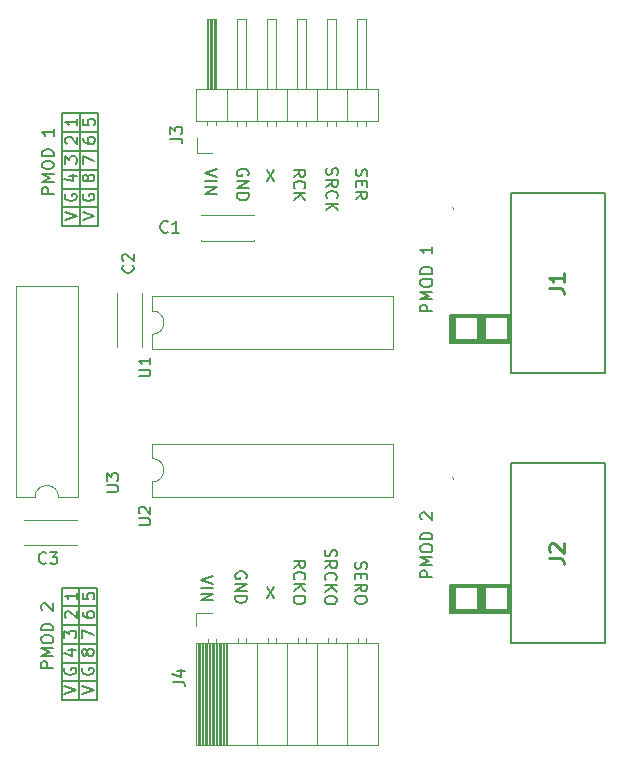
<source format=gbr>
%TF.GenerationSoftware,KiCad,Pcbnew,8.0.6*%
%TF.CreationDate,2024-10-19T21:44:56+02:00*%
%TF.ProjectId,595-PM-EXT,3539352d-504d-42d4-9558-542e6b696361,rev?*%
%TF.SameCoordinates,Original*%
%TF.FileFunction,Legend,Top*%
%TF.FilePolarity,Positive*%
%FSLAX46Y46*%
G04 Gerber Fmt 4.6, Leading zero omitted, Abs format (unit mm)*
G04 Created by KiCad (PCBNEW 8.0.6) date 2024-10-19 21:44:56*
%MOMM*%
%LPD*%
G01*
G04 APERTURE LIST*
%ADD10C,0.150000*%
%ADD11C,0.254000*%
%ADD12C,0.120000*%
%ADD13C,0.400000*%
%ADD14C,0.100000*%
%ADD15C,0.800000*%
%ADD16C,0.300000*%
%ADD17C,0.200000*%
G04 APERTURE END LIST*
D10*
X111750000Y-94950000D02*
X111750000Y-93350000D01*
X111800000Y-61100000D02*
X111800000Y-59500000D01*
X108750000Y-92450000D02*
X108750000Y-93350000D01*
X110300000Y-58600000D02*
X110300000Y-59500000D01*
X108750000Y-92450000D02*
X108750000Y-91750000D01*
X111800000Y-53200000D02*
X111800000Y-51600000D01*
X110300000Y-53200000D02*
X111800000Y-53200000D01*
X110300000Y-58000000D02*
X110300000Y-56400000D01*
X110250000Y-92450000D02*
X110250000Y-93350000D01*
X110300000Y-56400000D02*
X111800000Y-56400000D01*
X110250000Y-93350000D02*
X110250000Y-91750000D01*
X108800000Y-61100000D02*
X110300000Y-61100000D01*
X110250000Y-94950000D02*
X111750000Y-94950000D01*
X108750000Y-100350000D02*
X108750000Y-99650000D01*
X110250000Y-95650000D02*
X110250000Y-94950000D01*
X110300000Y-59500000D02*
X110300000Y-57900000D01*
X108800000Y-60200000D02*
X108800000Y-59500000D01*
X110300000Y-53200000D02*
X110300000Y-51600000D01*
X111800000Y-59500000D02*
X111800000Y-57900000D01*
X110300000Y-54800000D02*
X110300000Y-53200000D01*
X108750000Y-98750000D02*
X108750000Y-98050000D01*
X108750000Y-97250000D02*
X108750000Y-98150000D01*
X108800000Y-55500000D02*
X108800000Y-56400000D01*
X110300000Y-52300000D02*
X110300000Y-53200000D01*
X108750000Y-101250000D02*
X110250000Y-101250000D01*
X110250000Y-94050000D02*
X110250000Y-93350000D01*
X108800000Y-53200000D02*
X110300000Y-53200000D01*
X110250000Y-98150000D02*
X111750000Y-98150000D01*
X110300000Y-54800000D02*
X111800000Y-54800000D01*
X111800000Y-54800000D02*
X111800000Y-53200000D01*
X110300000Y-60200000D02*
X110300000Y-61100000D01*
X110300000Y-55500000D02*
X110300000Y-54800000D01*
X110250000Y-101250000D02*
X111750000Y-101250000D01*
X110300000Y-55500000D02*
X110300000Y-56400000D01*
X110250000Y-100350000D02*
X110250000Y-99650000D01*
X108750000Y-97250000D02*
X108750000Y-96550000D01*
X110250000Y-96550000D02*
X110250000Y-94950000D01*
X110250000Y-98750000D02*
X110250000Y-99650000D01*
X108750000Y-95650000D02*
X108750000Y-96550000D01*
X110300000Y-57100000D02*
X110300000Y-58000000D01*
X108750000Y-95650000D02*
X108750000Y-94950000D01*
X108800000Y-57100000D02*
X108800000Y-58000000D01*
X108750000Y-94050000D02*
X108750000Y-94950000D01*
X108800000Y-58600000D02*
X108800000Y-57900000D01*
X110250000Y-99650000D02*
X110250000Y-98050000D01*
X110250000Y-95650000D02*
X110250000Y-96550000D01*
X108800000Y-52300000D02*
X108800000Y-53200000D01*
X108750000Y-93350000D02*
X110250000Y-93350000D01*
X110300000Y-61100000D02*
X111800000Y-61100000D01*
X110250000Y-98150000D02*
X110250000Y-96550000D01*
X110300000Y-61100000D02*
X110300000Y-59500000D01*
X110300000Y-53900000D02*
X110300000Y-53200000D01*
X111750000Y-96550000D02*
X111750000Y-94950000D01*
X110250000Y-96550000D02*
X111750000Y-96550000D01*
X108750000Y-91750000D02*
X110250000Y-91750000D01*
X111750000Y-98150000D02*
X111750000Y-96550000D01*
X108750000Y-94050000D02*
X108750000Y-93350000D01*
X111750000Y-93350000D02*
X111750000Y-91750000D01*
X108800000Y-57100000D02*
X108800000Y-56400000D01*
X108800000Y-53900000D02*
X108800000Y-54800000D01*
X110250000Y-94050000D02*
X110250000Y-94950000D01*
X110250000Y-101250000D02*
X110250000Y-99650000D01*
X108800000Y-54800000D02*
X110300000Y-54800000D01*
X111750000Y-101250000D02*
X111750000Y-99650000D01*
X110300000Y-57100000D02*
X110300000Y-56400000D01*
X111800000Y-58000000D02*
X111800000Y-56400000D01*
X108750000Y-99650000D02*
X110250000Y-99650000D01*
X108800000Y-52300000D02*
X108800000Y-51600000D01*
X108750000Y-98150000D02*
X110250000Y-98150000D01*
X110250000Y-94950000D02*
X110250000Y-93350000D01*
X110300000Y-59500000D02*
X111800000Y-59500000D01*
X110250000Y-97250000D02*
X110250000Y-98150000D01*
X108750000Y-100350000D02*
X108750000Y-101250000D01*
X108750000Y-94950000D02*
X110250000Y-94950000D01*
X110250000Y-93350000D02*
X111750000Y-93350000D01*
X108800000Y-58000000D02*
X110300000Y-58000000D01*
X108800000Y-60200000D02*
X108800000Y-61100000D01*
X110300000Y-58000000D02*
X111800000Y-58000000D01*
X110300000Y-58600000D02*
X110300000Y-57900000D01*
X110300000Y-56400000D02*
X110300000Y-54800000D01*
X110300000Y-51600000D02*
X111800000Y-51600000D01*
X110250000Y-97250000D02*
X110250000Y-96550000D01*
X108750000Y-98750000D02*
X108750000Y-99650000D01*
X108750000Y-96550000D02*
X110250000Y-96550000D01*
X110250000Y-92450000D02*
X110250000Y-91750000D01*
X108800000Y-55500000D02*
X108800000Y-54800000D01*
X108800000Y-51600000D02*
X110300000Y-51600000D01*
X108800000Y-59500000D02*
X110300000Y-59500000D01*
X110250000Y-99650000D02*
X111750000Y-99650000D01*
X110250000Y-91750000D02*
X111750000Y-91750000D01*
X108800000Y-56400000D02*
X110300000Y-56400000D01*
X110300000Y-53900000D02*
X110300000Y-54800000D01*
X110250000Y-98750000D02*
X110250000Y-98050000D01*
X108800000Y-58600000D02*
X108800000Y-59500000D01*
X110300000Y-52300000D02*
X110300000Y-51600000D01*
X108800000Y-53900000D02*
X108800000Y-53200000D01*
X111800000Y-56400000D02*
X111800000Y-54800000D01*
X111750000Y-99650000D02*
X111750000Y-98050000D01*
X110300000Y-60200000D02*
X110300000Y-59500000D01*
X110250000Y-100350000D02*
X110250000Y-101250000D01*
X121880180Y-56343922D02*
X120880180Y-56677255D01*
X120880180Y-56677255D02*
X121880180Y-57010588D01*
X120880180Y-57343922D02*
X121880180Y-57343922D01*
X120880180Y-57820112D02*
X121880180Y-57820112D01*
X121880180Y-57820112D02*
X120880180Y-58391540D01*
X120880180Y-58391540D02*
X121880180Y-58391540D01*
X131077800Y-88539160D02*
X131030180Y-88682017D01*
X131030180Y-88682017D02*
X131030180Y-88920112D01*
X131030180Y-88920112D02*
X131077800Y-89015350D01*
X131077800Y-89015350D02*
X131125419Y-89062969D01*
X131125419Y-89062969D02*
X131220657Y-89110588D01*
X131220657Y-89110588D02*
X131315895Y-89110588D01*
X131315895Y-89110588D02*
X131411133Y-89062969D01*
X131411133Y-89062969D02*
X131458752Y-89015350D01*
X131458752Y-89015350D02*
X131506371Y-88920112D01*
X131506371Y-88920112D02*
X131553990Y-88729636D01*
X131553990Y-88729636D02*
X131601609Y-88634398D01*
X131601609Y-88634398D02*
X131649228Y-88586779D01*
X131649228Y-88586779D02*
X131744466Y-88539160D01*
X131744466Y-88539160D02*
X131839704Y-88539160D01*
X131839704Y-88539160D02*
X131934942Y-88586779D01*
X131934942Y-88586779D02*
X131982561Y-88634398D01*
X131982561Y-88634398D02*
X132030180Y-88729636D01*
X132030180Y-88729636D02*
X132030180Y-88967731D01*
X132030180Y-88967731D02*
X131982561Y-89110588D01*
X131030180Y-90110588D02*
X131506371Y-89777255D01*
X131030180Y-89539160D02*
X132030180Y-89539160D01*
X132030180Y-89539160D02*
X132030180Y-89920112D01*
X132030180Y-89920112D02*
X131982561Y-90015350D01*
X131982561Y-90015350D02*
X131934942Y-90062969D01*
X131934942Y-90062969D02*
X131839704Y-90110588D01*
X131839704Y-90110588D02*
X131696847Y-90110588D01*
X131696847Y-90110588D02*
X131601609Y-90062969D01*
X131601609Y-90062969D02*
X131553990Y-90015350D01*
X131553990Y-90015350D02*
X131506371Y-89920112D01*
X131506371Y-89920112D02*
X131506371Y-89539160D01*
X131125419Y-91110588D02*
X131077800Y-91062969D01*
X131077800Y-91062969D02*
X131030180Y-90920112D01*
X131030180Y-90920112D02*
X131030180Y-90824874D01*
X131030180Y-90824874D02*
X131077800Y-90682017D01*
X131077800Y-90682017D02*
X131173038Y-90586779D01*
X131173038Y-90586779D02*
X131268276Y-90539160D01*
X131268276Y-90539160D02*
X131458752Y-90491541D01*
X131458752Y-90491541D02*
X131601609Y-90491541D01*
X131601609Y-90491541D02*
X131792085Y-90539160D01*
X131792085Y-90539160D02*
X131887323Y-90586779D01*
X131887323Y-90586779D02*
X131982561Y-90682017D01*
X131982561Y-90682017D02*
X132030180Y-90824874D01*
X132030180Y-90824874D02*
X132030180Y-90920112D01*
X132030180Y-90920112D02*
X131982561Y-91062969D01*
X131982561Y-91062969D02*
X131934942Y-91110588D01*
X131030180Y-91539160D02*
X132030180Y-91539160D01*
X131030180Y-92110588D02*
X131601609Y-91682017D01*
X132030180Y-92110588D02*
X131458752Y-91539160D01*
X132030180Y-92729636D02*
X132030180Y-92920112D01*
X132030180Y-92920112D02*
X131982561Y-93015350D01*
X131982561Y-93015350D02*
X131887323Y-93110588D01*
X131887323Y-93110588D02*
X131696847Y-93158207D01*
X131696847Y-93158207D02*
X131363514Y-93158207D01*
X131363514Y-93158207D02*
X131173038Y-93110588D01*
X131173038Y-93110588D02*
X131077800Y-93015350D01*
X131077800Y-93015350D02*
X131030180Y-92920112D01*
X131030180Y-92920112D02*
X131030180Y-92729636D01*
X131030180Y-92729636D02*
X131077800Y-92634398D01*
X131077800Y-92634398D02*
X131173038Y-92539160D01*
X131173038Y-92539160D02*
X131363514Y-92491541D01*
X131363514Y-92491541D02*
X131696847Y-92491541D01*
X131696847Y-92491541D02*
X131887323Y-92539160D01*
X131887323Y-92539160D02*
X131982561Y-92634398D01*
X131982561Y-92634398D02*
X132030180Y-92729636D01*
X108969819Y-96008458D02*
X108969819Y-95389411D01*
X108969819Y-95389411D02*
X109350771Y-95722744D01*
X109350771Y-95722744D02*
X109350771Y-95579887D01*
X109350771Y-95579887D02*
X109398390Y-95484649D01*
X109398390Y-95484649D02*
X109446009Y-95437030D01*
X109446009Y-95437030D02*
X109541247Y-95389411D01*
X109541247Y-95389411D02*
X109779342Y-95389411D01*
X109779342Y-95389411D02*
X109874580Y-95437030D01*
X109874580Y-95437030D02*
X109922200Y-95484649D01*
X109922200Y-95484649D02*
X109969819Y-95579887D01*
X109969819Y-95579887D02*
X109969819Y-95865601D01*
X109969819Y-95865601D02*
X109922200Y-95960839D01*
X109922200Y-95960839D02*
X109874580Y-96008458D01*
X109353152Y-56884649D02*
X110019819Y-56884649D01*
X108972200Y-57122744D02*
X109686485Y-57360839D01*
X109686485Y-57360839D02*
X109686485Y-56741792D01*
X110469819Y-100756077D02*
X111469819Y-100422744D01*
X111469819Y-100422744D02*
X110469819Y-100089411D01*
X133677800Y-56339160D02*
X133630180Y-56482017D01*
X133630180Y-56482017D02*
X133630180Y-56720112D01*
X133630180Y-56720112D02*
X133677800Y-56815350D01*
X133677800Y-56815350D02*
X133725419Y-56862969D01*
X133725419Y-56862969D02*
X133820657Y-56910588D01*
X133820657Y-56910588D02*
X133915895Y-56910588D01*
X133915895Y-56910588D02*
X134011133Y-56862969D01*
X134011133Y-56862969D02*
X134058752Y-56815350D01*
X134058752Y-56815350D02*
X134106371Y-56720112D01*
X134106371Y-56720112D02*
X134153990Y-56529636D01*
X134153990Y-56529636D02*
X134201609Y-56434398D01*
X134201609Y-56434398D02*
X134249228Y-56386779D01*
X134249228Y-56386779D02*
X134344466Y-56339160D01*
X134344466Y-56339160D02*
X134439704Y-56339160D01*
X134439704Y-56339160D02*
X134534942Y-56386779D01*
X134534942Y-56386779D02*
X134582561Y-56434398D01*
X134582561Y-56434398D02*
X134630180Y-56529636D01*
X134630180Y-56529636D02*
X134630180Y-56767731D01*
X134630180Y-56767731D02*
X134582561Y-56910588D01*
X134153990Y-57339160D02*
X134153990Y-57672493D01*
X133630180Y-57815350D02*
X133630180Y-57339160D01*
X133630180Y-57339160D02*
X134630180Y-57339160D01*
X134630180Y-57339160D02*
X134630180Y-57815350D01*
X133630180Y-58815350D02*
X134106371Y-58482017D01*
X133630180Y-58243922D02*
X134630180Y-58243922D01*
X134630180Y-58243922D02*
X134630180Y-58624874D01*
X134630180Y-58624874D02*
X134582561Y-58720112D01*
X134582561Y-58720112D02*
X134534942Y-58767731D01*
X134534942Y-58767731D02*
X134439704Y-58815350D01*
X134439704Y-58815350D02*
X134296847Y-58815350D01*
X134296847Y-58815350D02*
X134201609Y-58767731D01*
X134201609Y-58767731D02*
X134153990Y-58720112D01*
X134153990Y-58720112D02*
X134106371Y-58624874D01*
X134106371Y-58624874D02*
X134106371Y-58243922D01*
X110898390Y-97320363D02*
X110850771Y-97415601D01*
X110850771Y-97415601D02*
X110803152Y-97463220D01*
X110803152Y-97463220D02*
X110707914Y-97510839D01*
X110707914Y-97510839D02*
X110660295Y-97510839D01*
X110660295Y-97510839D02*
X110565057Y-97463220D01*
X110565057Y-97463220D02*
X110517438Y-97415601D01*
X110517438Y-97415601D02*
X110469819Y-97320363D01*
X110469819Y-97320363D02*
X110469819Y-97129887D01*
X110469819Y-97129887D02*
X110517438Y-97034649D01*
X110517438Y-97034649D02*
X110565057Y-96987030D01*
X110565057Y-96987030D02*
X110660295Y-96939411D01*
X110660295Y-96939411D02*
X110707914Y-96939411D01*
X110707914Y-96939411D02*
X110803152Y-96987030D01*
X110803152Y-96987030D02*
X110850771Y-97034649D01*
X110850771Y-97034649D02*
X110898390Y-97129887D01*
X110898390Y-97129887D02*
X110898390Y-97320363D01*
X110898390Y-97320363D02*
X110946009Y-97415601D01*
X110946009Y-97415601D02*
X110993628Y-97463220D01*
X110993628Y-97463220D02*
X111088866Y-97510839D01*
X111088866Y-97510839D02*
X111279342Y-97510839D01*
X111279342Y-97510839D02*
X111374580Y-97463220D01*
X111374580Y-97463220D02*
X111422200Y-97415601D01*
X111422200Y-97415601D02*
X111469819Y-97320363D01*
X111469819Y-97320363D02*
X111469819Y-97129887D01*
X111469819Y-97129887D02*
X111422200Y-97034649D01*
X111422200Y-97034649D02*
X111374580Y-96987030D01*
X111374580Y-96987030D02*
X111279342Y-96939411D01*
X111279342Y-96939411D02*
X111088866Y-96939411D01*
X111088866Y-96939411D02*
X110993628Y-96987030D01*
X110993628Y-96987030D02*
X110946009Y-97034649D01*
X110946009Y-97034649D02*
X110898390Y-97129887D01*
X121580180Y-90793922D02*
X120580180Y-91127255D01*
X120580180Y-91127255D02*
X121580180Y-91460588D01*
X120580180Y-91793922D02*
X121580180Y-91793922D01*
X120580180Y-92270112D02*
X121580180Y-92270112D01*
X121580180Y-92270112D02*
X120580180Y-92841540D01*
X120580180Y-92841540D02*
X121580180Y-92841540D01*
X108969819Y-100756077D02*
X109969819Y-100422744D01*
X109969819Y-100422744D02*
X108969819Y-100089411D01*
X140119819Y-90863220D02*
X139119819Y-90863220D01*
X139119819Y-90863220D02*
X139119819Y-90482268D01*
X139119819Y-90482268D02*
X139167438Y-90387030D01*
X139167438Y-90387030D02*
X139215057Y-90339411D01*
X139215057Y-90339411D02*
X139310295Y-90291792D01*
X139310295Y-90291792D02*
X139453152Y-90291792D01*
X139453152Y-90291792D02*
X139548390Y-90339411D01*
X139548390Y-90339411D02*
X139596009Y-90387030D01*
X139596009Y-90387030D02*
X139643628Y-90482268D01*
X139643628Y-90482268D02*
X139643628Y-90863220D01*
X140119819Y-89863220D02*
X139119819Y-89863220D01*
X139119819Y-89863220D02*
X139834104Y-89529887D01*
X139834104Y-89529887D02*
X139119819Y-89196554D01*
X139119819Y-89196554D02*
X140119819Y-89196554D01*
X139119819Y-88529887D02*
X139119819Y-88339411D01*
X139119819Y-88339411D02*
X139167438Y-88244173D01*
X139167438Y-88244173D02*
X139262676Y-88148935D01*
X139262676Y-88148935D02*
X139453152Y-88101316D01*
X139453152Y-88101316D02*
X139786485Y-88101316D01*
X139786485Y-88101316D02*
X139976961Y-88148935D01*
X139976961Y-88148935D02*
X140072200Y-88244173D01*
X140072200Y-88244173D02*
X140119819Y-88339411D01*
X140119819Y-88339411D02*
X140119819Y-88529887D01*
X140119819Y-88529887D02*
X140072200Y-88625125D01*
X140072200Y-88625125D02*
X139976961Y-88720363D01*
X139976961Y-88720363D02*
X139786485Y-88767982D01*
X139786485Y-88767982D02*
X139453152Y-88767982D01*
X139453152Y-88767982D02*
X139262676Y-88720363D01*
X139262676Y-88720363D02*
X139167438Y-88625125D01*
X139167438Y-88625125D02*
X139119819Y-88529887D01*
X140119819Y-87672744D02*
X139119819Y-87672744D01*
X139119819Y-87672744D02*
X139119819Y-87434649D01*
X139119819Y-87434649D02*
X139167438Y-87291792D01*
X139167438Y-87291792D02*
X139262676Y-87196554D01*
X139262676Y-87196554D02*
X139357914Y-87148935D01*
X139357914Y-87148935D02*
X139548390Y-87101316D01*
X139548390Y-87101316D02*
X139691247Y-87101316D01*
X139691247Y-87101316D02*
X139881723Y-87148935D01*
X139881723Y-87148935D02*
X139976961Y-87196554D01*
X139976961Y-87196554D02*
X140072200Y-87291792D01*
X140072200Y-87291792D02*
X140119819Y-87434649D01*
X140119819Y-87434649D02*
X140119819Y-87672744D01*
X139215057Y-85958458D02*
X139167438Y-85910839D01*
X139167438Y-85910839D02*
X139119819Y-85815601D01*
X139119819Y-85815601D02*
X139119819Y-85577506D01*
X139119819Y-85577506D02*
X139167438Y-85482268D01*
X139167438Y-85482268D02*
X139215057Y-85434649D01*
X139215057Y-85434649D02*
X139310295Y-85387030D01*
X139310295Y-85387030D02*
X139405533Y-85387030D01*
X139405533Y-85387030D02*
X139548390Y-85434649D01*
X139548390Y-85434649D02*
X140119819Y-86006077D01*
X140119819Y-86006077D02*
X140119819Y-85387030D01*
X110517438Y-98589411D02*
X110469819Y-98684649D01*
X110469819Y-98684649D02*
X110469819Y-98827506D01*
X110469819Y-98827506D02*
X110517438Y-98970363D01*
X110517438Y-98970363D02*
X110612676Y-99065601D01*
X110612676Y-99065601D02*
X110707914Y-99113220D01*
X110707914Y-99113220D02*
X110898390Y-99160839D01*
X110898390Y-99160839D02*
X111041247Y-99160839D01*
X111041247Y-99160839D02*
X111231723Y-99113220D01*
X111231723Y-99113220D02*
X111326961Y-99065601D01*
X111326961Y-99065601D02*
X111422200Y-98970363D01*
X111422200Y-98970363D02*
X111469819Y-98827506D01*
X111469819Y-98827506D02*
X111469819Y-98732268D01*
X111469819Y-98732268D02*
X111422200Y-98589411D01*
X111422200Y-98589411D02*
X111374580Y-98541792D01*
X111374580Y-98541792D02*
X111041247Y-98541792D01*
X111041247Y-98541792D02*
X111041247Y-98732268D01*
X110948390Y-57170363D02*
X110900771Y-57265601D01*
X110900771Y-57265601D02*
X110853152Y-57313220D01*
X110853152Y-57313220D02*
X110757914Y-57360839D01*
X110757914Y-57360839D02*
X110710295Y-57360839D01*
X110710295Y-57360839D02*
X110615057Y-57313220D01*
X110615057Y-57313220D02*
X110567438Y-57265601D01*
X110567438Y-57265601D02*
X110519819Y-57170363D01*
X110519819Y-57170363D02*
X110519819Y-56979887D01*
X110519819Y-56979887D02*
X110567438Y-56884649D01*
X110567438Y-56884649D02*
X110615057Y-56837030D01*
X110615057Y-56837030D02*
X110710295Y-56789411D01*
X110710295Y-56789411D02*
X110757914Y-56789411D01*
X110757914Y-56789411D02*
X110853152Y-56837030D01*
X110853152Y-56837030D02*
X110900771Y-56884649D01*
X110900771Y-56884649D02*
X110948390Y-56979887D01*
X110948390Y-56979887D02*
X110948390Y-57170363D01*
X110948390Y-57170363D02*
X110996009Y-57265601D01*
X110996009Y-57265601D02*
X111043628Y-57313220D01*
X111043628Y-57313220D02*
X111138866Y-57360839D01*
X111138866Y-57360839D02*
X111329342Y-57360839D01*
X111329342Y-57360839D02*
X111424580Y-57313220D01*
X111424580Y-57313220D02*
X111472200Y-57265601D01*
X111472200Y-57265601D02*
X111519819Y-57170363D01*
X111519819Y-57170363D02*
X111519819Y-56979887D01*
X111519819Y-56979887D02*
X111472200Y-56884649D01*
X111472200Y-56884649D02*
X111424580Y-56837030D01*
X111424580Y-56837030D02*
X111329342Y-56789411D01*
X111329342Y-56789411D02*
X111138866Y-56789411D01*
X111138866Y-56789411D02*
X111043628Y-56837030D01*
X111043628Y-56837030D02*
X110996009Y-56884649D01*
X110996009Y-56884649D02*
X110948390Y-56979887D01*
X110519819Y-93834649D02*
X110519819Y-94025125D01*
X110519819Y-94025125D02*
X110567438Y-94120363D01*
X110567438Y-94120363D02*
X110615057Y-94167982D01*
X110615057Y-94167982D02*
X110757914Y-94263220D01*
X110757914Y-94263220D02*
X110948390Y-94310839D01*
X110948390Y-94310839D02*
X111329342Y-94310839D01*
X111329342Y-94310839D02*
X111424580Y-94263220D01*
X111424580Y-94263220D02*
X111472200Y-94215601D01*
X111472200Y-94215601D02*
X111519819Y-94120363D01*
X111519819Y-94120363D02*
X111519819Y-93929887D01*
X111519819Y-93929887D02*
X111472200Y-93834649D01*
X111472200Y-93834649D02*
X111424580Y-93787030D01*
X111424580Y-93787030D02*
X111329342Y-93739411D01*
X111329342Y-93739411D02*
X111091247Y-93739411D01*
X111091247Y-93739411D02*
X110996009Y-93787030D01*
X110996009Y-93787030D02*
X110948390Y-93834649D01*
X110948390Y-93834649D02*
X110900771Y-93929887D01*
X110900771Y-93929887D02*
X110900771Y-94120363D01*
X110900771Y-94120363D02*
X110948390Y-94215601D01*
X110948390Y-94215601D02*
X110996009Y-94263220D01*
X110996009Y-94263220D02*
X111091247Y-94310839D01*
X109303152Y-97034649D02*
X109969819Y-97034649D01*
X108922200Y-97272744D02*
X109636485Y-97510839D01*
X109636485Y-97510839D02*
X109636485Y-96891792D01*
X109019819Y-55858458D02*
X109019819Y-55239411D01*
X109019819Y-55239411D02*
X109400771Y-55572744D01*
X109400771Y-55572744D02*
X109400771Y-55429887D01*
X109400771Y-55429887D02*
X109448390Y-55334649D01*
X109448390Y-55334649D02*
X109496009Y-55287030D01*
X109496009Y-55287030D02*
X109591247Y-55239411D01*
X109591247Y-55239411D02*
X109829342Y-55239411D01*
X109829342Y-55239411D02*
X109924580Y-55287030D01*
X109924580Y-55287030D02*
X109972200Y-55334649D01*
X109972200Y-55334649D02*
X110019819Y-55429887D01*
X110019819Y-55429887D02*
X110019819Y-55715601D01*
X110019819Y-55715601D02*
X109972200Y-55810839D01*
X109972200Y-55810839D02*
X109924580Y-55858458D01*
X126091541Y-91669819D02*
X126758207Y-92669819D01*
X126758207Y-91669819D02*
X126091541Y-92669819D01*
X110519819Y-60606077D02*
X111519819Y-60272744D01*
X111519819Y-60272744D02*
X110519819Y-59939411D01*
X109165057Y-54160839D02*
X109117438Y-54113220D01*
X109117438Y-54113220D02*
X109069819Y-54017982D01*
X109069819Y-54017982D02*
X109069819Y-53779887D01*
X109069819Y-53779887D02*
X109117438Y-53684649D01*
X109117438Y-53684649D02*
X109165057Y-53637030D01*
X109165057Y-53637030D02*
X109260295Y-53589411D01*
X109260295Y-53589411D02*
X109355533Y-53589411D01*
X109355533Y-53589411D02*
X109498390Y-53637030D01*
X109498390Y-53637030D02*
X110069819Y-54208458D01*
X110069819Y-54208458D02*
X110069819Y-53589411D01*
X108019819Y-98563220D02*
X107019819Y-98563220D01*
X107019819Y-98563220D02*
X107019819Y-98182268D01*
X107019819Y-98182268D02*
X107067438Y-98087030D01*
X107067438Y-98087030D02*
X107115057Y-98039411D01*
X107115057Y-98039411D02*
X107210295Y-97991792D01*
X107210295Y-97991792D02*
X107353152Y-97991792D01*
X107353152Y-97991792D02*
X107448390Y-98039411D01*
X107448390Y-98039411D02*
X107496009Y-98087030D01*
X107496009Y-98087030D02*
X107543628Y-98182268D01*
X107543628Y-98182268D02*
X107543628Y-98563220D01*
X108019819Y-97563220D02*
X107019819Y-97563220D01*
X107019819Y-97563220D02*
X107734104Y-97229887D01*
X107734104Y-97229887D02*
X107019819Y-96896554D01*
X107019819Y-96896554D02*
X108019819Y-96896554D01*
X107019819Y-96229887D02*
X107019819Y-96039411D01*
X107019819Y-96039411D02*
X107067438Y-95944173D01*
X107067438Y-95944173D02*
X107162676Y-95848935D01*
X107162676Y-95848935D02*
X107353152Y-95801316D01*
X107353152Y-95801316D02*
X107686485Y-95801316D01*
X107686485Y-95801316D02*
X107876961Y-95848935D01*
X107876961Y-95848935D02*
X107972200Y-95944173D01*
X107972200Y-95944173D02*
X108019819Y-96039411D01*
X108019819Y-96039411D02*
X108019819Y-96229887D01*
X108019819Y-96229887D02*
X107972200Y-96325125D01*
X107972200Y-96325125D02*
X107876961Y-96420363D01*
X107876961Y-96420363D02*
X107686485Y-96467982D01*
X107686485Y-96467982D02*
X107353152Y-96467982D01*
X107353152Y-96467982D02*
X107162676Y-96420363D01*
X107162676Y-96420363D02*
X107067438Y-96325125D01*
X107067438Y-96325125D02*
X107019819Y-96229887D01*
X108019819Y-95372744D02*
X107019819Y-95372744D01*
X107019819Y-95372744D02*
X107019819Y-95134649D01*
X107019819Y-95134649D02*
X107067438Y-94991792D01*
X107067438Y-94991792D02*
X107162676Y-94896554D01*
X107162676Y-94896554D02*
X107257914Y-94848935D01*
X107257914Y-94848935D02*
X107448390Y-94801316D01*
X107448390Y-94801316D02*
X107591247Y-94801316D01*
X107591247Y-94801316D02*
X107781723Y-94848935D01*
X107781723Y-94848935D02*
X107876961Y-94896554D01*
X107876961Y-94896554D02*
X107972200Y-94991792D01*
X107972200Y-94991792D02*
X108019819Y-95134649D01*
X108019819Y-95134649D02*
X108019819Y-95372744D01*
X107115057Y-93658458D02*
X107067438Y-93610839D01*
X107067438Y-93610839D02*
X107019819Y-93515601D01*
X107019819Y-93515601D02*
X107019819Y-93277506D01*
X107019819Y-93277506D02*
X107067438Y-93182268D01*
X107067438Y-93182268D02*
X107115057Y-93134649D01*
X107115057Y-93134649D02*
X107210295Y-93087030D01*
X107210295Y-93087030D02*
X107305533Y-93087030D01*
X107305533Y-93087030D02*
X107448390Y-93134649D01*
X107448390Y-93134649D02*
X108019819Y-93706077D01*
X108019819Y-93706077D02*
X108019819Y-93087030D01*
X126091541Y-56369819D02*
X126758207Y-57369819D01*
X126758207Y-56369819D02*
X126091541Y-57369819D01*
X109115057Y-94310839D02*
X109067438Y-94263220D01*
X109067438Y-94263220D02*
X109019819Y-94167982D01*
X109019819Y-94167982D02*
X109019819Y-93929887D01*
X109019819Y-93929887D02*
X109067438Y-93834649D01*
X109067438Y-93834649D02*
X109115057Y-93787030D01*
X109115057Y-93787030D02*
X109210295Y-93739411D01*
X109210295Y-93739411D02*
X109305533Y-93739411D01*
X109305533Y-93739411D02*
X109448390Y-93787030D01*
X109448390Y-93787030D02*
X110019819Y-94358458D01*
X110019819Y-94358458D02*
X110019819Y-93739411D01*
X110567438Y-58439411D02*
X110519819Y-58534649D01*
X110519819Y-58534649D02*
X110519819Y-58677506D01*
X110519819Y-58677506D02*
X110567438Y-58820363D01*
X110567438Y-58820363D02*
X110662676Y-58915601D01*
X110662676Y-58915601D02*
X110757914Y-58963220D01*
X110757914Y-58963220D02*
X110948390Y-59010839D01*
X110948390Y-59010839D02*
X111091247Y-59010839D01*
X111091247Y-59010839D02*
X111281723Y-58963220D01*
X111281723Y-58963220D02*
X111376961Y-58915601D01*
X111376961Y-58915601D02*
X111472200Y-58820363D01*
X111472200Y-58820363D02*
X111519819Y-58677506D01*
X111519819Y-58677506D02*
X111519819Y-58582268D01*
X111519819Y-58582268D02*
X111472200Y-58439411D01*
X111472200Y-58439411D02*
X111424580Y-58391792D01*
X111424580Y-58391792D02*
X111091247Y-58391792D01*
X111091247Y-58391792D02*
X111091247Y-58582268D01*
X133627800Y-89589160D02*
X133580180Y-89732017D01*
X133580180Y-89732017D02*
X133580180Y-89970112D01*
X133580180Y-89970112D02*
X133627800Y-90065350D01*
X133627800Y-90065350D02*
X133675419Y-90112969D01*
X133675419Y-90112969D02*
X133770657Y-90160588D01*
X133770657Y-90160588D02*
X133865895Y-90160588D01*
X133865895Y-90160588D02*
X133961133Y-90112969D01*
X133961133Y-90112969D02*
X134008752Y-90065350D01*
X134008752Y-90065350D02*
X134056371Y-89970112D01*
X134056371Y-89970112D02*
X134103990Y-89779636D01*
X134103990Y-89779636D02*
X134151609Y-89684398D01*
X134151609Y-89684398D02*
X134199228Y-89636779D01*
X134199228Y-89636779D02*
X134294466Y-89589160D01*
X134294466Y-89589160D02*
X134389704Y-89589160D01*
X134389704Y-89589160D02*
X134484942Y-89636779D01*
X134484942Y-89636779D02*
X134532561Y-89684398D01*
X134532561Y-89684398D02*
X134580180Y-89779636D01*
X134580180Y-89779636D02*
X134580180Y-90017731D01*
X134580180Y-90017731D02*
X134532561Y-90160588D01*
X134103990Y-90589160D02*
X134103990Y-90922493D01*
X133580180Y-91065350D02*
X133580180Y-90589160D01*
X133580180Y-90589160D02*
X134580180Y-90589160D01*
X134580180Y-90589160D02*
X134580180Y-91065350D01*
X133580180Y-92065350D02*
X134056371Y-91732017D01*
X133580180Y-91493922D02*
X134580180Y-91493922D01*
X134580180Y-91493922D02*
X134580180Y-91874874D01*
X134580180Y-91874874D02*
X134532561Y-91970112D01*
X134532561Y-91970112D02*
X134484942Y-92017731D01*
X134484942Y-92017731D02*
X134389704Y-92065350D01*
X134389704Y-92065350D02*
X134246847Y-92065350D01*
X134246847Y-92065350D02*
X134151609Y-92017731D01*
X134151609Y-92017731D02*
X134103990Y-91970112D01*
X134103990Y-91970112D02*
X134056371Y-91874874D01*
X134056371Y-91874874D02*
X134056371Y-91493922D01*
X134580180Y-92684398D02*
X134580180Y-92874874D01*
X134580180Y-92874874D02*
X134532561Y-92970112D01*
X134532561Y-92970112D02*
X134437323Y-93065350D01*
X134437323Y-93065350D02*
X134246847Y-93112969D01*
X134246847Y-93112969D02*
X133913514Y-93112969D01*
X133913514Y-93112969D02*
X133723038Y-93065350D01*
X133723038Y-93065350D02*
X133627800Y-92970112D01*
X133627800Y-92970112D02*
X133580180Y-92874874D01*
X133580180Y-92874874D02*
X133580180Y-92684398D01*
X133580180Y-92684398D02*
X133627800Y-92589160D01*
X133627800Y-92589160D02*
X133723038Y-92493922D01*
X133723038Y-92493922D02*
X133913514Y-92446303D01*
X133913514Y-92446303D02*
X134246847Y-92446303D01*
X134246847Y-92446303D02*
X134437323Y-92493922D01*
X134437323Y-92493922D02*
X134532561Y-92589160D01*
X134532561Y-92589160D02*
X134580180Y-92684398D01*
X128380180Y-90058207D02*
X128856371Y-89724874D01*
X128380180Y-89486779D02*
X129380180Y-89486779D01*
X129380180Y-89486779D02*
X129380180Y-89867731D01*
X129380180Y-89867731D02*
X129332561Y-89962969D01*
X129332561Y-89962969D02*
X129284942Y-90010588D01*
X129284942Y-90010588D02*
X129189704Y-90058207D01*
X129189704Y-90058207D02*
X129046847Y-90058207D01*
X129046847Y-90058207D02*
X128951609Y-90010588D01*
X128951609Y-90010588D02*
X128903990Y-89962969D01*
X128903990Y-89962969D02*
X128856371Y-89867731D01*
X128856371Y-89867731D02*
X128856371Y-89486779D01*
X128475419Y-91058207D02*
X128427800Y-91010588D01*
X128427800Y-91010588D02*
X128380180Y-90867731D01*
X128380180Y-90867731D02*
X128380180Y-90772493D01*
X128380180Y-90772493D02*
X128427800Y-90629636D01*
X128427800Y-90629636D02*
X128523038Y-90534398D01*
X128523038Y-90534398D02*
X128618276Y-90486779D01*
X128618276Y-90486779D02*
X128808752Y-90439160D01*
X128808752Y-90439160D02*
X128951609Y-90439160D01*
X128951609Y-90439160D02*
X129142085Y-90486779D01*
X129142085Y-90486779D02*
X129237323Y-90534398D01*
X129237323Y-90534398D02*
X129332561Y-90629636D01*
X129332561Y-90629636D02*
X129380180Y-90772493D01*
X129380180Y-90772493D02*
X129380180Y-90867731D01*
X129380180Y-90867731D02*
X129332561Y-91010588D01*
X129332561Y-91010588D02*
X129284942Y-91058207D01*
X128380180Y-91486779D02*
X129380180Y-91486779D01*
X128380180Y-92058207D02*
X128951609Y-91629636D01*
X129380180Y-92058207D02*
X128808752Y-91486779D01*
X129380180Y-92677255D02*
X129380180Y-92867731D01*
X129380180Y-92867731D02*
X129332561Y-92962969D01*
X129332561Y-92962969D02*
X129237323Y-93058207D01*
X129237323Y-93058207D02*
X129046847Y-93105826D01*
X129046847Y-93105826D02*
X128713514Y-93105826D01*
X128713514Y-93105826D02*
X128523038Y-93058207D01*
X128523038Y-93058207D02*
X128427800Y-92962969D01*
X128427800Y-92962969D02*
X128380180Y-92867731D01*
X128380180Y-92867731D02*
X128380180Y-92677255D01*
X128380180Y-92677255D02*
X128427800Y-92582017D01*
X128427800Y-92582017D02*
X128523038Y-92486779D01*
X128523038Y-92486779D02*
X128713514Y-92439160D01*
X128713514Y-92439160D02*
X129046847Y-92439160D01*
X129046847Y-92439160D02*
X129237323Y-92486779D01*
X129237323Y-92486779D02*
X129332561Y-92582017D01*
X129332561Y-92582017D02*
X129380180Y-92677255D01*
X110019819Y-92189411D02*
X110019819Y-92760839D01*
X110019819Y-92475125D02*
X109019819Y-92475125D01*
X109019819Y-92475125D02*
X109162676Y-92570363D01*
X109162676Y-92570363D02*
X109257914Y-92665601D01*
X109257914Y-92665601D02*
X109305533Y-92760839D01*
X110469819Y-96008458D02*
X110469819Y-95341792D01*
X110469819Y-95341792D02*
X111469819Y-95770363D01*
X131177800Y-56239160D02*
X131130180Y-56382017D01*
X131130180Y-56382017D02*
X131130180Y-56620112D01*
X131130180Y-56620112D02*
X131177800Y-56715350D01*
X131177800Y-56715350D02*
X131225419Y-56762969D01*
X131225419Y-56762969D02*
X131320657Y-56810588D01*
X131320657Y-56810588D02*
X131415895Y-56810588D01*
X131415895Y-56810588D02*
X131511133Y-56762969D01*
X131511133Y-56762969D02*
X131558752Y-56715350D01*
X131558752Y-56715350D02*
X131606371Y-56620112D01*
X131606371Y-56620112D02*
X131653990Y-56429636D01*
X131653990Y-56429636D02*
X131701609Y-56334398D01*
X131701609Y-56334398D02*
X131749228Y-56286779D01*
X131749228Y-56286779D02*
X131844466Y-56239160D01*
X131844466Y-56239160D02*
X131939704Y-56239160D01*
X131939704Y-56239160D02*
X132034942Y-56286779D01*
X132034942Y-56286779D02*
X132082561Y-56334398D01*
X132082561Y-56334398D02*
X132130180Y-56429636D01*
X132130180Y-56429636D02*
X132130180Y-56667731D01*
X132130180Y-56667731D02*
X132082561Y-56810588D01*
X131130180Y-57810588D02*
X131606371Y-57477255D01*
X131130180Y-57239160D02*
X132130180Y-57239160D01*
X132130180Y-57239160D02*
X132130180Y-57620112D01*
X132130180Y-57620112D02*
X132082561Y-57715350D01*
X132082561Y-57715350D02*
X132034942Y-57762969D01*
X132034942Y-57762969D02*
X131939704Y-57810588D01*
X131939704Y-57810588D02*
X131796847Y-57810588D01*
X131796847Y-57810588D02*
X131701609Y-57762969D01*
X131701609Y-57762969D02*
X131653990Y-57715350D01*
X131653990Y-57715350D02*
X131606371Y-57620112D01*
X131606371Y-57620112D02*
X131606371Y-57239160D01*
X131225419Y-58810588D02*
X131177800Y-58762969D01*
X131177800Y-58762969D02*
X131130180Y-58620112D01*
X131130180Y-58620112D02*
X131130180Y-58524874D01*
X131130180Y-58524874D02*
X131177800Y-58382017D01*
X131177800Y-58382017D02*
X131273038Y-58286779D01*
X131273038Y-58286779D02*
X131368276Y-58239160D01*
X131368276Y-58239160D02*
X131558752Y-58191541D01*
X131558752Y-58191541D02*
X131701609Y-58191541D01*
X131701609Y-58191541D02*
X131892085Y-58239160D01*
X131892085Y-58239160D02*
X131987323Y-58286779D01*
X131987323Y-58286779D02*
X132082561Y-58382017D01*
X132082561Y-58382017D02*
X132130180Y-58524874D01*
X132130180Y-58524874D02*
X132130180Y-58620112D01*
X132130180Y-58620112D02*
X132082561Y-58762969D01*
X132082561Y-58762969D02*
X132034942Y-58810588D01*
X131130180Y-59239160D02*
X132130180Y-59239160D01*
X131130180Y-59810588D02*
X131701609Y-59382017D01*
X132130180Y-59810588D02*
X131558752Y-59239160D01*
X110519819Y-55858458D02*
X110519819Y-55191792D01*
X110519819Y-55191792D02*
X111519819Y-55620363D01*
X124382561Y-90960588D02*
X124430180Y-90865350D01*
X124430180Y-90865350D02*
X124430180Y-90722493D01*
X124430180Y-90722493D02*
X124382561Y-90579636D01*
X124382561Y-90579636D02*
X124287323Y-90484398D01*
X124287323Y-90484398D02*
X124192085Y-90436779D01*
X124192085Y-90436779D02*
X124001609Y-90389160D01*
X124001609Y-90389160D02*
X123858752Y-90389160D01*
X123858752Y-90389160D02*
X123668276Y-90436779D01*
X123668276Y-90436779D02*
X123573038Y-90484398D01*
X123573038Y-90484398D02*
X123477800Y-90579636D01*
X123477800Y-90579636D02*
X123430180Y-90722493D01*
X123430180Y-90722493D02*
X123430180Y-90817731D01*
X123430180Y-90817731D02*
X123477800Y-90960588D01*
X123477800Y-90960588D02*
X123525419Y-91008207D01*
X123525419Y-91008207D02*
X123858752Y-91008207D01*
X123858752Y-91008207D02*
X123858752Y-90817731D01*
X123430180Y-91436779D02*
X124430180Y-91436779D01*
X124430180Y-91436779D02*
X123430180Y-92008207D01*
X123430180Y-92008207D02*
X124430180Y-92008207D01*
X123430180Y-92484398D02*
X124430180Y-92484398D01*
X124430180Y-92484398D02*
X124430180Y-92722493D01*
X124430180Y-92722493D02*
X124382561Y-92865350D01*
X124382561Y-92865350D02*
X124287323Y-92960588D01*
X124287323Y-92960588D02*
X124192085Y-93008207D01*
X124192085Y-93008207D02*
X124001609Y-93055826D01*
X124001609Y-93055826D02*
X123858752Y-93055826D01*
X123858752Y-93055826D02*
X123668276Y-93008207D01*
X123668276Y-93008207D02*
X123573038Y-92960588D01*
X123573038Y-92960588D02*
X123477800Y-92865350D01*
X123477800Y-92865350D02*
X123430180Y-92722493D01*
X123430180Y-92722493D02*
X123430180Y-92484398D01*
X110569819Y-53684649D02*
X110569819Y-53875125D01*
X110569819Y-53875125D02*
X110617438Y-53970363D01*
X110617438Y-53970363D02*
X110665057Y-54017982D01*
X110665057Y-54017982D02*
X110807914Y-54113220D01*
X110807914Y-54113220D02*
X110998390Y-54160839D01*
X110998390Y-54160839D02*
X111379342Y-54160839D01*
X111379342Y-54160839D02*
X111474580Y-54113220D01*
X111474580Y-54113220D02*
X111522200Y-54065601D01*
X111522200Y-54065601D02*
X111569819Y-53970363D01*
X111569819Y-53970363D02*
X111569819Y-53779887D01*
X111569819Y-53779887D02*
X111522200Y-53684649D01*
X111522200Y-53684649D02*
X111474580Y-53637030D01*
X111474580Y-53637030D02*
X111379342Y-53589411D01*
X111379342Y-53589411D02*
X111141247Y-53589411D01*
X111141247Y-53589411D02*
X111046009Y-53637030D01*
X111046009Y-53637030D02*
X110998390Y-53684649D01*
X110998390Y-53684649D02*
X110950771Y-53779887D01*
X110950771Y-53779887D02*
X110950771Y-53970363D01*
X110950771Y-53970363D02*
X110998390Y-54065601D01*
X110998390Y-54065601D02*
X111046009Y-54113220D01*
X111046009Y-54113220D02*
X111141247Y-54160839D01*
X128380180Y-56958207D02*
X128856371Y-56624874D01*
X128380180Y-56386779D02*
X129380180Y-56386779D01*
X129380180Y-56386779D02*
X129380180Y-56767731D01*
X129380180Y-56767731D02*
X129332561Y-56862969D01*
X129332561Y-56862969D02*
X129284942Y-56910588D01*
X129284942Y-56910588D02*
X129189704Y-56958207D01*
X129189704Y-56958207D02*
X129046847Y-56958207D01*
X129046847Y-56958207D02*
X128951609Y-56910588D01*
X128951609Y-56910588D02*
X128903990Y-56862969D01*
X128903990Y-56862969D02*
X128856371Y-56767731D01*
X128856371Y-56767731D02*
X128856371Y-56386779D01*
X128475419Y-57958207D02*
X128427800Y-57910588D01*
X128427800Y-57910588D02*
X128380180Y-57767731D01*
X128380180Y-57767731D02*
X128380180Y-57672493D01*
X128380180Y-57672493D02*
X128427800Y-57529636D01*
X128427800Y-57529636D02*
X128523038Y-57434398D01*
X128523038Y-57434398D02*
X128618276Y-57386779D01*
X128618276Y-57386779D02*
X128808752Y-57339160D01*
X128808752Y-57339160D02*
X128951609Y-57339160D01*
X128951609Y-57339160D02*
X129142085Y-57386779D01*
X129142085Y-57386779D02*
X129237323Y-57434398D01*
X129237323Y-57434398D02*
X129332561Y-57529636D01*
X129332561Y-57529636D02*
X129380180Y-57672493D01*
X129380180Y-57672493D02*
X129380180Y-57767731D01*
X129380180Y-57767731D02*
X129332561Y-57910588D01*
X129332561Y-57910588D02*
X129284942Y-57958207D01*
X128380180Y-58386779D02*
X129380180Y-58386779D01*
X128380180Y-58958207D02*
X128951609Y-58529636D01*
X129380180Y-58958207D02*
X128808752Y-58386779D01*
X110569819Y-52087030D02*
X110569819Y-52563220D01*
X110569819Y-52563220D02*
X111046009Y-52610839D01*
X111046009Y-52610839D02*
X110998390Y-52563220D01*
X110998390Y-52563220D02*
X110950771Y-52467982D01*
X110950771Y-52467982D02*
X110950771Y-52229887D01*
X110950771Y-52229887D02*
X110998390Y-52134649D01*
X110998390Y-52134649D02*
X111046009Y-52087030D01*
X111046009Y-52087030D02*
X111141247Y-52039411D01*
X111141247Y-52039411D02*
X111379342Y-52039411D01*
X111379342Y-52039411D02*
X111474580Y-52087030D01*
X111474580Y-52087030D02*
X111522200Y-52134649D01*
X111522200Y-52134649D02*
X111569819Y-52229887D01*
X111569819Y-52229887D02*
X111569819Y-52467982D01*
X111569819Y-52467982D02*
X111522200Y-52563220D01*
X111522200Y-52563220D02*
X111474580Y-52610839D01*
X110519819Y-92237030D02*
X110519819Y-92713220D01*
X110519819Y-92713220D02*
X110996009Y-92760839D01*
X110996009Y-92760839D02*
X110948390Y-92713220D01*
X110948390Y-92713220D02*
X110900771Y-92617982D01*
X110900771Y-92617982D02*
X110900771Y-92379887D01*
X110900771Y-92379887D02*
X110948390Y-92284649D01*
X110948390Y-92284649D02*
X110996009Y-92237030D01*
X110996009Y-92237030D02*
X111091247Y-92189411D01*
X111091247Y-92189411D02*
X111329342Y-92189411D01*
X111329342Y-92189411D02*
X111424580Y-92237030D01*
X111424580Y-92237030D02*
X111472200Y-92284649D01*
X111472200Y-92284649D02*
X111519819Y-92379887D01*
X111519819Y-92379887D02*
X111519819Y-92617982D01*
X111519819Y-92617982D02*
X111472200Y-92713220D01*
X111472200Y-92713220D02*
X111424580Y-92760839D01*
X124532561Y-56860588D02*
X124580180Y-56765350D01*
X124580180Y-56765350D02*
X124580180Y-56622493D01*
X124580180Y-56622493D02*
X124532561Y-56479636D01*
X124532561Y-56479636D02*
X124437323Y-56384398D01*
X124437323Y-56384398D02*
X124342085Y-56336779D01*
X124342085Y-56336779D02*
X124151609Y-56289160D01*
X124151609Y-56289160D02*
X124008752Y-56289160D01*
X124008752Y-56289160D02*
X123818276Y-56336779D01*
X123818276Y-56336779D02*
X123723038Y-56384398D01*
X123723038Y-56384398D02*
X123627800Y-56479636D01*
X123627800Y-56479636D02*
X123580180Y-56622493D01*
X123580180Y-56622493D02*
X123580180Y-56717731D01*
X123580180Y-56717731D02*
X123627800Y-56860588D01*
X123627800Y-56860588D02*
X123675419Y-56908207D01*
X123675419Y-56908207D02*
X124008752Y-56908207D01*
X124008752Y-56908207D02*
X124008752Y-56717731D01*
X123580180Y-57336779D02*
X124580180Y-57336779D01*
X124580180Y-57336779D02*
X123580180Y-57908207D01*
X123580180Y-57908207D02*
X124580180Y-57908207D01*
X123580180Y-58384398D02*
X124580180Y-58384398D01*
X124580180Y-58384398D02*
X124580180Y-58622493D01*
X124580180Y-58622493D02*
X124532561Y-58765350D01*
X124532561Y-58765350D02*
X124437323Y-58860588D01*
X124437323Y-58860588D02*
X124342085Y-58908207D01*
X124342085Y-58908207D02*
X124151609Y-58955826D01*
X124151609Y-58955826D02*
X124008752Y-58955826D01*
X124008752Y-58955826D02*
X123818276Y-58908207D01*
X123818276Y-58908207D02*
X123723038Y-58860588D01*
X123723038Y-58860588D02*
X123627800Y-58765350D01*
X123627800Y-58765350D02*
X123580180Y-58622493D01*
X123580180Y-58622493D02*
X123580180Y-58384398D01*
X110069819Y-52039411D02*
X110069819Y-52610839D01*
X110069819Y-52325125D02*
X109069819Y-52325125D01*
X109069819Y-52325125D02*
X109212676Y-52420363D01*
X109212676Y-52420363D02*
X109307914Y-52515601D01*
X109307914Y-52515601D02*
X109355533Y-52610839D01*
X109067438Y-58439411D02*
X109019819Y-58534649D01*
X109019819Y-58534649D02*
X109019819Y-58677506D01*
X109019819Y-58677506D02*
X109067438Y-58820363D01*
X109067438Y-58820363D02*
X109162676Y-58915601D01*
X109162676Y-58915601D02*
X109257914Y-58963220D01*
X109257914Y-58963220D02*
X109448390Y-59010839D01*
X109448390Y-59010839D02*
X109591247Y-59010839D01*
X109591247Y-59010839D02*
X109781723Y-58963220D01*
X109781723Y-58963220D02*
X109876961Y-58915601D01*
X109876961Y-58915601D02*
X109972200Y-58820363D01*
X109972200Y-58820363D02*
X110019819Y-58677506D01*
X110019819Y-58677506D02*
X110019819Y-58582268D01*
X110019819Y-58582268D02*
X109972200Y-58439411D01*
X109972200Y-58439411D02*
X109924580Y-58391792D01*
X109924580Y-58391792D02*
X109591247Y-58391792D01*
X109591247Y-58391792D02*
X109591247Y-58582268D01*
X109019819Y-60606077D02*
X110019819Y-60272744D01*
X110019819Y-60272744D02*
X109019819Y-59939411D01*
X140119819Y-68363220D02*
X139119819Y-68363220D01*
X139119819Y-68363220D02*
X139119819Y-67982268D01*
X139119819Y-67982268D02*
X139167438Y-67887030D01*
X139167438Y-67887030D02*
X139215057Y-67839411D01*
X139215057Y-67839411D02*
X139310295Y-67791792D01*
X139310295Y-67791792D02*
X139453152Y-67791792D01*
X139453152Y-67791792D02*
X139548390Y-67839411D01*
X139548390Y-67839411D02*
X139596009Y-67887030D01*
X139596009Y-67887030D02*
X139643628Y-67982268D01*
X139643628Y-67982268D02*
X139643628Y-68363220D01*
X140119819Y-67363220D02*
X139119819Y-67363220D01*
X139119819Y-67363220D02*
X139834104Y-67029887D01*
X139834104Y-67029887D02*
X139119819Y-66696554D01*
X139119819Y-66696554D02*
X140119819Y-66696554D01*
X139119819Y-66029887D02*
X139119819Y-65839411D01*
X139119819Y-65839411D02*
X139167438Y-65744173D01*
X139167438Y-65744173D02*
X139262676Y-65648935D01*
X139262676Y-65648935D02*
X139453152Y-65601316D01*
X139453152Y-65601316D02*
X139786485Y-65601316D01*
X139786485Y-65601316D02*
X139976961Y-65648935D01*
X139976961Y-65648935D02*
X140072200Y-65744173D01*
X140072200Y-65744173D02*
X140119819Y-65839411D01*
X140119819Y-65839411D02*
X140119819Y-66029887D01*
X140119819Y-66029887D02*
X140072200Y-66125125D01*
X140072200Y-66125125D02*
X139976961Y-66220363D01*
X139976961Y-66220363D02*
X139786485Y-66267982D01*
X139786485Y-66267982D02*
X139453152Y-66267982D01*
X139453152Y-66267982D02*
X139262676Y-66220363D01*
X139262676Y-66220363D02*
X139167438Y-66125125D01*
X139167438Y-66125125D02*
X139119819Y-66029887D01*
X140119819Y-65172744D02*
X139119819Y-65172744D01*
X139119819Y-65172744D02*
X139119819Y-64934649D01*
X139119819Y-64934649D02*
X139167438Y-64791792D01*
X139167438Y-64791792D02*
X139262676Y-64696554D01*
X139262676Y-64696554D02*
X139357914Y-64648935D01*
X139357914Y-64648935D02*
X139548390Y-64601316D01*
X139548390Y-64601316D02*
X139691247Y-64601316D01*
X139691247Y-64601316D02*
X139881723Y-64648935D01*
X139881723Y-64648935D02*
X139976961Y-64696554D01*
X139976961Y-64696554D02*
X140072200Y-64791792D01*
X140072200Y-64791792D02*
X140119819Y-64934649D01*
X140119819Y-64934649D02*
X140119819Y-65172744D01*
X140119819Y-62887030D02*
X140119819Y-63458458D01*
X140119819Y-63172744D02*
X139119819Y-63172744D01*
X139119819Y-63172744D02*
X139262676Y-63267982D01*
X139262676Y-63267982D02*
X139357914Y-63363220D01*
X139357914Y-63363220D02*
X139405533Y-63458458D01*
X109017438Y-98589411D02*
X108969819Y-98684649D01*
X108969819Y-98684649D02*
X108969819Y-98827506D01*
X108969819Y-98827506D02*
X109017438Y-98970363D01*
X109017438Y-98970363D02*
X109112676Y-99065601D01*
X109112676Y-99065601D02*
X109207914Y-99113220D01*
X109207914Y-99113220D02*
X109398390Y-99160839D01*
X109398390Y-99160839D02*
X109541247Y-99160839D01*
X109541247Y-99160839D02*
X109731723Y-99113220D01*
X109731723Y-99113220D02*
X109826961Y-99065601D01*
X109826961Y-99065601D02*
X109922200Y-98970363D01*
X109922200Y-98970363D02*
X109969819Y-98827506D01*
X109969819Y-98827506D02*
X109969819Y-98732268D01*
X109969819Y-98732268D02*
X109922200Y-98589411D01*
X109922200Y-98589411D02*
X109874580Y-98541792D01*
X109874580Y-98541792D02*
X109541247Y-98541792D01*
X109541247Y-98541792D02*
X109541247Y-98732268D01*
X108069819Y-58413220D02*
X107069819Y-58413220D01*
X107069819Y-58413220D02*
X107069819Y-58032268D01*
X107069819Y-58032268D02*
X107117438Y-57937030D01*
X107117438Y-57937030D02*
X107165057Y-57889411D01*
X107165057Y-57889411D02*
X107260295Y-57841792D01*
X107260295Y-57841792D02*
X107403152Y-57841792D01*
X107403152Y-57841792D02*
X107498390Y-57889411D01*
X107498390Y-57889411D02*
X107546009Y-57937030D01*
X107546009Y-57937030D02*
X107593628Y-58032268D01*
X107593628Y-58032268D02*
X107593628Y-58413220D01*
X108069819Y-57413220D02*
X107069819Y-57413220D01*
X107069819Y-57413220D02*
X107784104Y-57079887D01*
X107784104Y-57079887D02*
X107069819Y-56746554D01*
X107069819Y-56746554D02*
X108069819Y-56746554D01*
X107069819Y-56079887D02*
X107069819Y-55889411D01*
X107069819Y-55889411D02*
X107117438Y-55794173D01*
X107117438Y-55794173D02*
X107212676Y-55698935D01*
X107212676Y-55698935D02*
X107403152Y-55651316D01*
X107403152Y-55651316D02*
X107736485Y-55651316D01*
X107736485Y-55651316D02*
X107926961Y-55698935D01*
X107926961Y-55698935D02*
X108022200Y-55794173D01*
X108022200Y-55794173D02*
X108069819Y-55889411D01*
X108069819Y-55889411D02*
X108069819Y-56079887D01*
X108069819Y-56079887D02*
X108022200Y-56175125D01*
X108022200Y-56175125D02*
X107926961Y-56270363D01*
X107926961Y-56270363D02*
X107736485Y-56317982D01*
X107736485Y-56317982D02*
X107403152Y-56317982D01*
X107403152Y-56317982D02*
X107212676Y-56270363D01*
X107212676Y-56270363D02*
X107117438Y-56175125D01*
X107117438Y-56175125D02*
X107069819Y-56079887D01*
X108069819Y-55222744D02*
X107069819Y-55222744D01*
X107069819Y-55222744D02*
X107069819Y-54984649D01*
X107069819Y-54984649D02*
X107117438Y-54841792D01*
X107117438Y-54841792D02*
X107212676Y-54746554D01*
X107212676Y-54746554D02*
X107307914Y-54698935D01*
X107307914Y-54698935D02*
X107498390Y-54651316D01*
X107498390Y-54651316D02*
X107641247Y-54651316D01*
X107641247Y-54651316D02*
X107831723Y-54698935D01*
X107831723Y-54698935D02*
X107926961Y-54746554D01*
X107926961Y-54746554D02*
X108022200Y-54841792D01*
X108022200Y-54841792D02*
X108069819Y-54984649D01*
X108069819Y-54984649D02*
X108069819Y-55222744D01*
X108069819Y-52937030D02*
X108069819Y-53508458D01*
X108069819Y-53222744D02*
X107069819Y-53222744D01*
X107069819Y-53222744D02*
X107212676Y-53317982D01*
X107212676Y-53317982D02*
X107307914Y-53413220D01*
X107307914Y-53413220D02*
X107355533Y-53508458D01*
X117733333Y-61609580D02*
X117685714Y-61657200D01*
X117685714Y-61657200D02*
X117542857Y-61704819D01*
X117542857Y-61704819D02*
X117447619Y-61704819D01*
X117447619Y-61704819D02*
X117304762Y-61657200D01*
X117304762Y-61657200D02*
X117209524Y-61561961D01*
X117209524Y-61561961D02*
X117161905Y-61466723D01*
X117161905Y-61466723D02*
X117114286Y-61276247D01*
X117114286Y-61276247D02*
X117114286Y-61133390D01*
X117114286Y-61133390D02*
X117161905Y-60942914D01*
X117161905Y-60942914D02*
X117209524Y-60847676D01*
X117209524Y-60847676D02*
X117304762Y-60752438D01*
X117304762Y-60752438D02*
X117447619Y-60704819D01*
X117447619Y-60704819D02*
X117542857Y-60704819D01*
X117542857Y-60704819D02*
X117685714Y-60752438D01*
X117685714Y-60752438D02*
X117733333Y-60800057D01*
X118685714Y-61704819D02*
X118114286Y-61704819D01*
X118400000Y-61704819D02*
X118400000Y-60704819D01*
X118400000Y-60704819D02*
X118304762Y-60847676D01*
X118304762Y-60847676D02*
X118209524Y-60942914D01*
X118209524Y-60942914D02*
X118114286Y-60990533D01*
X115254819Y-73861904D02*
X116064342Y-73861904D01*
X116064342Y-73861904D02*
X116159580Y-73814285D01*
X116159580Y-73814285D02*
X116207200Y-73766666D01*
X116207200Y-73766666D02*
X116254819Y-73671428D01*
X116254819Y-73671428D02*
X116254819Y-73480952D01*
X116254819Y-73480952D02*
X116207200Y-73385714D01*
X116207200Y-73385714D02*
X116159580Y-73338095D01*
X116159580Y-73338095D02*
X116064342Y-73290476D01*
X116064342Y-73290476D02*
X115254819Y-73290476D01*
X116254819Y-72290476D02*
X116254819Y-72861904D01*
X116254819Y-72576190D02*
X115254819Y-72576190D01*
X115254819Y-72576190D02*
X115397676Y-72671428D01*
X115397676Y-72671428D02*
X115492914Y-72766666D01*
X115492914Y-72766666D02*
X115540533Y-72861904D01*
X112554819Y-83661904D02*
X113364342Y-83661904D01*
X113364342Y-83661904D02*
X113459580Y-83614285D01*
X113459580Y-83614285D02*
X113507200Y-83566666D01*
X113507200Y-83566666D02*
X113554819Y-83471428D01*
X113554819Y-83471428D02*
X113554819Y-83280952D01*
X113554819Y-83280952D02*
X113507200Y-83185714D01*
X113507200Y-83185714D02*
X113459580Y-83138095D01*
X113459580Y-83138095D02*
X113364342Y-83090476D01*
X113364342Y-83090476D02*
X112554819Y-83090476D01*
X112554819Y-82709523D02*
X112554819Y-82090476D01*
X112554819Y-82090476D02*
X112935771Y-82423809D01*
X112935771Y-82423809D02*
X112935771Y-82280952D01*
X112935771Y-82280952D02*
X112983390Y-82185714D01*
X112983390Y-82185714D02*
X113031009Y-82138095D01*
X113031009Y-82138095D02*
X113126247Y-82090476D01*
X113126247Y-82090476D02*
X113364342Y-82090476D01*
X113364342Y-82090476D02*
X113459580Y-82138095D01*
X113459580Y-82138095D02*
X113507200Y-82185714D01*
X113507200Y-82185714D02*
X113554819Y-82280952D01*
X113554819Y-82280952D02*
X113554819Y-82566666D01*
X113554819Y-82566666D02*
X113507200Y-82661904D01*
X113507200Y-82661904D02*
X113459580Y-82709523D01*
X118154819Y-99713333D02*
X118869104Y-99713333D01*
X118869104Y-99713333D02*
X119011961Y-99760952D01*
X119011961Y-99760952D02*
X119107200Y-99856190D01*
X119107200Y-99856190D02*
X119154819Y-99999047D01*
X119154819Y-99999047D02*
X119154819Y-100094285D01*
X118488152Y-98808571D02*
X119154819Y-98808571D01*
X118107200Y-99046666D02*
X118821485Y-99284761D01*
X118821485Y-99284761D02*
X118821485Y-98665714D01*
X107433333Y-89659580D02*
X107385714Y-89707200D01*
X107385714Y-89707200D02*
X107242857Y-89754819D01*
X107242857Y-89754819D02*
X107147619Y-89754819D01*
X107147619Y-89754819D02*
X107004762Y-89707200D01*
X107004762Y-89707200D02*
X106909524Y-89611961D01*
X106909524Y-89611961D02*
X106861905Y-89516723D01*
X106861905Y-89516723D02*
X106814286Y-89326247D01*
X106814286Y-89326247D02*
X106814286Y-89183390D01*
X106814286Y-89183390D02*
X106861905Y-88992914D01*
X106861905Y-88992914D02*
X106909524Y-88897676D01*
X106909524Y-88897676D02*
X107004762Y-88802438D01*
X107004762Y-88802438D02*
X107147619Y-88754819D01*
X107147619Y-88754819D02*
X107242857Y-88754819D01*
X107242857Y-88754819D02*
X107385714Y-88802438D01*
X107385714Y-88802438D02*
X107433333Y-88850057D01*
X107766667Y-88754819D02*
X108385714Y-88754819D01*
X108385714Y-88754819D02*
X108052381Y-89135771D01*
X108052381Y-89135771D02*
X108195238Y-89135771D01*
X108195238Y-89135771D02*
X108290476Y-89183390D01*
X108290476Y-89183390D02*
X108338095Y-89231009D01*
X108338095Y-89231009D02*
X108385714Y-89326247D01*
X108385714Y-89326247D02*
X108385714Y-89564342D01*
X108385714Y-89564342D02*
X108338095Y-89659580D01*
X108338095Y-89659580D02*
X108290476Y-89707200D01*
X108290476Y-89707200D02*
X108195238Y-89754819D01*
X108195238Y-89754819D02*
X107909524Y-89754819D01*
X107909524Y-89754819D02*
X107814286Y-89707200D01*
X107814286Y-89707200D02*
X107766667Y-89659580D01*
X114759580Y-64466666D02*
X114807200Y-64514285D01*
X114807200Y-64514285D02*
X114854819Y-64657142D01*
X114854819Y-64657142D02*
X114854819Y-64752380D01*
X114854819Y-64752380D02*
X114807200Y-64895237D01*
X114807200Y-64895237D02*
X114711961Y-64990475D01*
X114711961Y-64990475D02*
X114616723Y-65038094D01*
X114616723Y-65038094D02*
X114426247Y-65085713D01*
X114426247Y-65085713D02*
X114283390Y-65085713D01*
X114283390Y-65085713D02*
X114092914Y-65038094D01*
X114092914Y-65038094D02*
X113997676Y-64990475D01*
X113997676Y-64990475D02*
X113902438Y-64895237D01*
X113902438Y-64895237D02*
X113854819Y-64752380D01*
X113854819Y-64752380D02*
X113854819Y-64657142D01*
X113854819Y-64657142D02*
X113902438Y-64514285D01*
X113902438Y-64514285D02*
X113950057Y-64466666D01*
X113950057Y-64085713D02*
X113902438Y-64038094D01*
X113902438Y-64038094D02*
X113854819Y-63942856D01*
X113854819Y-63942856D02*
X113854819Y-63704761D01*
X113854819Y-63704761D02*
X113902438Y-63609523D01*
X113902438Y-63609523D02*
X113950057Y-63561904D01*
X113950057Y-63561904D02*
X114045295Y-63514285D01*
X114045295Y-63514285D02*
X114140533Y-63514285D01*
X114140533Y-63514285D02*
X114283390Y-63561904D01*
X114283390Y-63561904D02*
X114854819Y-64133332D01*
X114854819Y-64133332D02*
X114854819Y-63514285D01*
X117954819Y-53733333D02*
X118669104Y-53733333D01*
X118669104Y-53733333D02*
X118811961Y-53780952D01*
X118811961Y-53780952D02*
X118907200Y-53876190D01*
X118907200Y-53876190D02*
X118954819Y-54019047D01*
X118954819Y-54019047D02*
X118954819Y-54114285D01*
X117954819Y-53352380D02*
X117954819Y-52733333D01*
X117954819Y-52733333D02*
X118335771Y-53066666D01*
X118335771Y-53066666D02*
X118335771Y-52923809D01*
X118335771Y-52923809D02*
X118383390Y-52828571D01*
X118383390Y-52828571D02*
X118431009Y-52780952D01*
X118431009Y-52780952D02*
X118526247Y-52733333D01*
X118526247Y-52733333D02*
X118764342Y-52733333D01*
X118764342Y-52733333D02*
X118859580Y-52780952D01*
X118859580Y-52780952D02*
X118907200Y-52828571D01*
X118907200Y-52828571D02*
X118954819Y-52923809D01*
X118954819Y-52923809D02*
X118954819Y-53209523D01*
X118954819Y-53209523D02*
X118907200Y-53304761D01*
X118907200Y-53304761D02*
X118859580Y-53352380D01*
D11*
X150004318Y-89273332D02*
X150911461Y-89273332D01*
X150911461Y-89273332D02*
X151092889Y-89333809D01*
X151092889Y-89333809D02*
X151213842Y-89454761D01*
X151213842Y-89454761D02*
X151274318Y-89636190D01*
X151274318Y-89636190D02*
X151274318Y-89757142D01*
X150125270Y-88729047D02*
X150064794Y-88668571D01*
X150064794Y-88668571D02*
X150004318Y-88547618D01*
X150004318Y-88547618D02*
X150004318Y-88245237D01*
X150004318Y-88245237D02*
X150064794Y-88124285D01*
X150064794Y-88124285D02*
X150125270Y-88063809D01*
X150125270Y-88063809D02*
X150246222Y-88003332D01*
X150246222Y-88003332D02*
X150367175Y-88003332D01*
X150367175Y-88003332D02*
X150548603Y-88063809D01*
X150548603Y-88063809D02*
X151274318Y-88789523D01*
X151274318Y-88789523D02*
X151274318Y-88003332D01*
D10*
X115254819Y-86461904D02*
X116064342Y-86461904D01*
X116064342Y-86461904D02*
X116159580Y-86414285D01*
X116159580Y-86414285D02*
X116207200Y-86366666D01*
X116207200Y-86366666D02*
X116254819Y-86271428D01*
X116254819Y-86271428D02*
X116254819Y-86080952D01*
X116254819Y-86080952D02*
X116207200Y-85985714D01*
X116207200Y-85985714D02*
X116159580Y-85938095D01*
X116159580Y-85938095D02*
X116064342Y-85890476D01*
X116064342Y-85890476D02*
X115254819Y-85890476D01*
X115350057Y-85461904D02*
X115302438Y-85414285D01*
X115302438Y-85414285D02*
X115254819Y-85319047D01*
X115254819Y-85319047D02*
X115254819Y-85080952D01*
X115254819Y-85080952D02*
X115302438Y-84985714D01*
X115302438Y-84985714D02*
X115350057Y-84938095D01*
X115350057Y-84938095D02*
X115445295Y-84890476D01*
X115445295Y-84890476D02*
X115540533Y-84890476D01*
X115540533Y-84890476D02*
X115683390Y-84938095D01*
X115683390Y-84938095D02*
X116254819Y-85509523D01*
X116254819Y-85509523D02*
X116254819Y-84890476D01*
D11*
X150004318Y-66413332D02*
X150911461Y-66413332D01*
X150911461Y-66413332D02*
X151092889Y-66473809D01*
X151092889Y-66473809D02*
X151213842Y-66594761D01*
X151213842Y-66594761D02*
X151274318Y-66776190D01*
X151274318Y-66776190D02*
X151274318Y-66897142D01*
X151274318Y-65143332D02*
X151274318Y-65869047D01*
X151274318Y-65506190D02*
X150004318Y-65506190D01*
X150004318Y-65506190D02*
X150185746Y-65627142D01*
X150185746Y-65627142D02*
X150306699Y-65748094D01*
X150306699Y-65748094D02*
X150367175Y-65869047D01*
D12*
%TO.C,C1*%
X120530000Y-60230000D02*
X120530000Y-60245000D01*
X120530000Y-60230000D02*
X125070000Y-60230000D01*
X120530000Y-62355000D02*
X120530000Y-62370000D01*
X120530000Y-62370000D02*
X125070000Y-62370000D01*
X125070000Y-60230000D02*
X125070000Y-60245000D01*
X125070000Y-62355000D02*
X125070000Y-62370000D01*
%TO.C,U1*%
X116395000Y-67065000D02*
X116395000Y-68315000D01*
X116395000Y-70315000D02*
X116395000Y-71565000D01*
X116395000Y-71565000D02*
X136835000Y-71565000D01*
X136835000Y-67065000D02*
X116395000Y-67065000D01*
X136835000Y-71565000D02*
X136835000Y-67065000D01*
X116395000Y-68315000D02*
G75*
G02*
X116395000Y-70315000I0J-1000000D01*
G01*
%TO.C,U3*%
X104840000Y-66210000D02*
X104840000Y-84110000D01*
X104840000Y-84110000D02*
X106490000Y-84110000D01*
X108490000Y-84110000D02*
X110140000Y-84110000D01*
X110140000Y-66210000D02*
X104840000Y-66210000D01*
X110140000Y-84110000D02*
X110140000Y-66210000D01*
X106490000Y-84110000D02*
G75*
G02*
X108490000Y-84110000I1000000J0D01*
G01*
%TO.C,J4*%
X120140000Y-93890000D02*
X121470000Y-93890000D01*
X120140000Y-95000000D02*
X120140000Y-93890000D01*
X120140000Y-96460000D02*
X135500000Y-96460000D01*
X120140000Y-105090000D02*
X120140000Y-96460000D01*
X120140000Y-105090000D02*
X135500000Y-105090000D01*
X120260000Y-105090000D02*
X120260000Y-96460000D01*
X120378095Y-105090000D02*
X120378095Y-96460000D01*
X120496190Y-105090000D02*
X120496190Y-96460000D01*
X120614285Y-105090000D02*
X120614285Y-96460000D01*
X120732380Y-105090000D02*
X120732380Y-96460000D01*
X120850475Y-105090000D02*
X120850475Y-96460000D01*
X120968570Y-105090000D02*
X120968570Y-96460000D01*
X121086665Y-105090000D02*
X121086665Y-96460000D01*
X121110000Y-96460000D02*
X121110000Y-96110000D01*
X121204760Y-105090000D02*
X121204760Y-96460000D01*
X121322855Y-105090000D02*
X121322855Y-96460000D01*
X121440950Y-105090000D02*
X121440950Y-96460000D01*
X121559045Y-105090000D02*
X121559045Y-96460000D01*
X121677140Y-105090000D02*
X121677140Y-96460000D01*
X121795235Y-105090000D02*
X121795235Y-96460000D01*
X121830000Y-96460000D02*
X121830000Y-96110000D01*
X121913330Y-105090000D02*
X121913330Y-96460000D01*
X122031425Y-105090000D02*
X122031425Y-96460000D01*
X122149520Y-105090000D02*
X122149520Y-96460000D01*
X122267615Y-105090000D02*
X122267615Y-96460000D01*
X122385710Y-105090000D02*
X122385710Y-96460000D01*
X122503805Y-105090000D02*
X122503805Y-96460000D01*
X122621900Y-105090000D02*
X122621900Y-96460000D01*
X122740000Y-105090000D02*
X122740000Y-96460000D01*
X123650000Y-96460000D02*
X123650000Y-96050000D01*
X124370000Y-96460000D02*
X124370000Y-96050000D01*
X125280000Y-105090000D02*
X125280000Y-96460000D01*
X126190000Y-96460000D02*
X126190000Y-96050000D01*
X126910000Y-96460000D02*
X126910000Y-96050000D01*
X127820000Y-105090000D02*
X127820000Y-96460000D01*
X128730000Y-96460000D02*
X128730000Y-96050000D01*
X129450000Y-96460000D02*
X129450000Y-96050000D01*
X130360000Y-105090000D02*
X130360000Y-96460000D01*
X131270000Y-96460000D02*
X131270000Y-96050000D01*
X131990000Y-96460000D02*
X131990000Y-96050000D01*
X132900000Y-105090000D02*
X132900000Y-96460000D01*
X133810000Y-96460000D02*
X133810000Y-96050000D01*
X134530000Y-96460000D02*
X134530000Y-96050000D01*
X135500000Y-105090000D02*
X135500000Y-96460000D01*
%TO.C,C3*%
X105530000Y-86030000D02*
X105530000Y-86045000D01*
X105530000Y-86030000D02*
X110070000Y-86030000D01*
X105530000Y-88155000D02*
X105530000Y-88170000D01*
X105530000Y-88170000D02*
X110070000Y-88170000D01*
X110070000Y-86030000D02*
X110070000Y-86045000D01*
X110070000Y-88155000D02*
X110070000Y-88170000D01*
%TO.C,C2*%
X113430000Y-66830000D02*
X113445000Y-66830000D01*
X113430000Y-71370000D02*
X113430000Y-66830000D01*
X113430000Y-71370000D02*
X113445000Y-71370000D01*
X115555000Y-66830000D02*
X115570000Y-66830000D01*
X115555000Y-71370000D02*
X115570000Y-71370000D01*
X115570000Y-71370000D02*
X115570000Y-66830000D01*
%TO.C,J3*%
X120140000Y-49580000D02*
X120140000Y-52240000D01*
X120140000Y-52240000D02*
X135500000Y-52240000D01*
X120200000Y-54950000D02*
X120200000Y-53680000D01*
X121090000Y-43580000D02*
X121850000Y-43580000D01*
X121090000Y-49580000D02*
X121090000Y-43580000D01*
X121090000Y-52570000D02*
X121090000Y-52240000D01*
X121150000Y-49580000D02*
X121150000Y-43580000D01*
X121270000Y-49580000D02*
X121270000Y-43580000D01*
X121390000Y-49580000D02*
X121390000Y-43580000D01*
X121470000Y-54950000D02*
X120200000Y-54950000D01*
X121510000Y-49580000D02*
X121510000Y-43580000D01*
X121630000Y-49580000D02*
X121630000Y-43580000D01*
X121750000Y-49580000D02*
X121750000Y-43580000D01*
X121850000Y-43580000D02*
X121850000Y-49580000D01*
X121850000Y-52570000D02*
X121850000Y-52240000D01*
X122740000Y-52240000D02*
X122740000Y-49580000D01*
X123630000Y-43580000D02*
X124390000Y-43580000D01*
X123630000Y-49580000D02*
X123630000Y-43580000D01*
X123630000Y-52637071D02*
X123630000Y-52240000D01*
X124390000Y-43580000D02*
X124390000Y-49580000D01*
X124390000Y-52637071D02*
X124390000Y-52240000D01*
X125280000Y-52240000D02*
X125280000Y-49580000D01*
X126170000Y-43580000D02*
X126930000Y-43580000D01*
X126170000Y-49580000D02*
X126170000Y-43580000D01*
X126170000Y-52637071D02*
X126170000Y-52240000D01*
X126930000Y-43580000D02*
X126930000Y-49580000D01*
X126930000Y-52637071D02*
X126930000Y-52240000D01*
X127820000Y-52240000D02*
X127820000Y-49580000D01*
X128710000Y-43580000D02*
X129470000Y-43580000D01*
X128710000Y-49580000D02*
X128710000Y-43580000D01*
X128710000Y-52637071D02*
X128710000Y-52240000D01*
X129470000Y-43580000D02*
X129470000Y-49580000D01*
X129470000Y-52637071D02*
X129470000Y-52240000D01*
X130360000Y-52240000D02*
X130360000Y-49580000D01*
X131250000Y-43580000D02*
X132010000Y-43580000D01*
X131250000Y-49580000D02*
X131250000Y-43580000D01*
X131250000Y-52637071D02*
X131250000Y-52240000D01*
X132010000Y-43580000D02*
X132010000Y-49580000D01*
X132010000Y-52637071D02*
X132010000Y-52240000D01*
X132900000Y-52240000D02*
X132900000Y-49580000D01*
X133790000Y-43580000D02*
X134550000Y-43580000D01*
X133790000Y-49580000D02*
X133790000Y-43580000D01*
X133790000Y-52637071D02*
X133790000Y-52240000D01*
X134550000Y-43580000D02*
X134550000Y-49580000D01*
X134550000Y-52637071D02*
X134550000Y-52240000D01*
X135500000Y-49580000D02*
X120140000Y-49580000D01*
X135500000Y-52240000D02*
X135500000Y-49580000D01*
D13*
%TO.C,J2*%
X141770000Y-91700000D02*
X141770000Y-93700000D01*
D14*
X141860000Y-82450000D02*
X141860000Y-82450000D01*
X141860000Y-82550000D02*
X141860000Y-82550000D01*
D13*
X141920000Y-91700000D02*
X141920000Y-93700000D01*
D15*
X144270000Y-91900000D02*
X144270000Y-93550000D01*
D13*
X146620000Y-91700000D02*
X146620000Y-93700000D01*
D16*
X146720000Y-91650000D02*
X141670000Y-91650000D01*
X146720000Y-93750000D02*
X141670000Y-93750000D01*
D17*
X146820000Y-81230000D02*
X146820000Y-96470000D01*
X146820000Y-96470000D02*
X154770000Y-96470000D01*
X154770000Y-81230000D02*
X146820000Y-81230000D01*
X154770000Y-96470015D02*
X154770000Y-81230000D01*
D12*
X141540000Y-91550000D02*
X146820000Y-91550000D01*
X146820000Y-93910000D01*
X141540000Y-93910000D01*
X141540000Y-91550000D01*
D14*
X141860000Y-82450000D02*
G75*
G02*
X141860000Y-82550000I0J-50000D01*
G01*
X141860000Y-82550000D02*
G75*
G02*
X141860000Y-82450000I0J50000D01*
G01*
D12*
%TO.C,U2*%
X116390000Y-79560000D02*
X116390000Y-80810000D01*
X116390000Y-82810000D02*
X116390000Y-84060000D01*
X116390000Y-84060000D02*
X136830000Y-84060000D01*
X136830000Y-79560000D02*
X116390000Y-79560000D01*
X136830000Y-84060000D02*
X136830000Y-79560000D01*
X116390000Y-80810000D02*
G75*
G02*
X116390000Y-82810000I0J-1000000D01*
G01*
D13*
%TO.C,J1*%
X141770000Y-68840000D02*
X141770000Y-70840000D01*
D14*
X141860000Y-59590000D02*
X141860000Y-59590000D01*
X141860000Y-59690000D02*
X141860000Y-59690000D01*
D13*
X141920000Y-68840000D02*
X141920000Y-70840000D01*
D15*
X144270000Y-69040000D02*
X144270000Y-70690000D01*
D13*
X146620000Y-68840000D02*
X146620000Y-70840000D01*
D16*
X146720000Y-68790000D02*
X141670000Y-68790000D01*
X146720000Y-70890000D02*
X141670000Y-70890000D01*
D17*
X146820000Y-58370000D02*
X146820000Y-73610000D01*
X146820000Y-73610000D02*
X154770000Y-73610000D01*
X154770000Y-58370000D02*
X146820000Y-58370000D01*
X154770000Y-73610015D02*
X154770000Y-58370000D01*
D12*
X141540000Y-68690000D02*
X146820000Y-68690000D01*
X146820000Y-71050000D01*
X141540000Y-71050000D01*
X141540000Y-68690000D01*
D14*
X141860000Y-59590000D02*
G75*
G02*
X141860000Y-59690000I0J-50000D01*
G01*
X141860000Y-59690000D02*
G75*
G02*
X141860000Y-59590000I0J50000D01*
G01*
%TD*%
M02*

</source>
